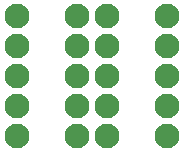
<source format=gbs>
G04 #@! TF.FileFunction,Soldermask,Bot*
%FSLAX46Y46*%
G04 Gerber Fmt 4.6, Leading zero omitted, Abs format (unit mm)*
G04 Created by KiCad (PCBNEW 4.0.2-1.fc23-product) date Sun May  1 08:53:22 2016*
%MOMM*%
G01*
G04 APERTURE LIST*
%ADD10C,0.100000*%
%ADD11C,2.100000*%
G04 APERTURE END LIST*
D10*
D11*
X152400000Y-104140000D03*
X154940000Y-104140000D03*
X152400000Y-106680000D03*
X154940000Y-106680000D03*
X152400000Y-109220000D03*
X154940000Y-109220000D03*
X152400000Y-111760000D03*
X154940000Y-111760000D03*
X152400000Y-114300000D03*
X154940000Y-114300000D03*
X147320000Y-104140000D03*
X160020000Y-104140000D03*
X147320000Y-106680000D03*
X160020000Y-106680000D03*
X147320000Y-109220000D03*
X160020000Y-109220000D03*
X147320000Y-111760000D03*
X160020000Y-111760000D03*
X147320000Y-114300000D03*
X160020000Y-114300000D03*
M02*

</source>
